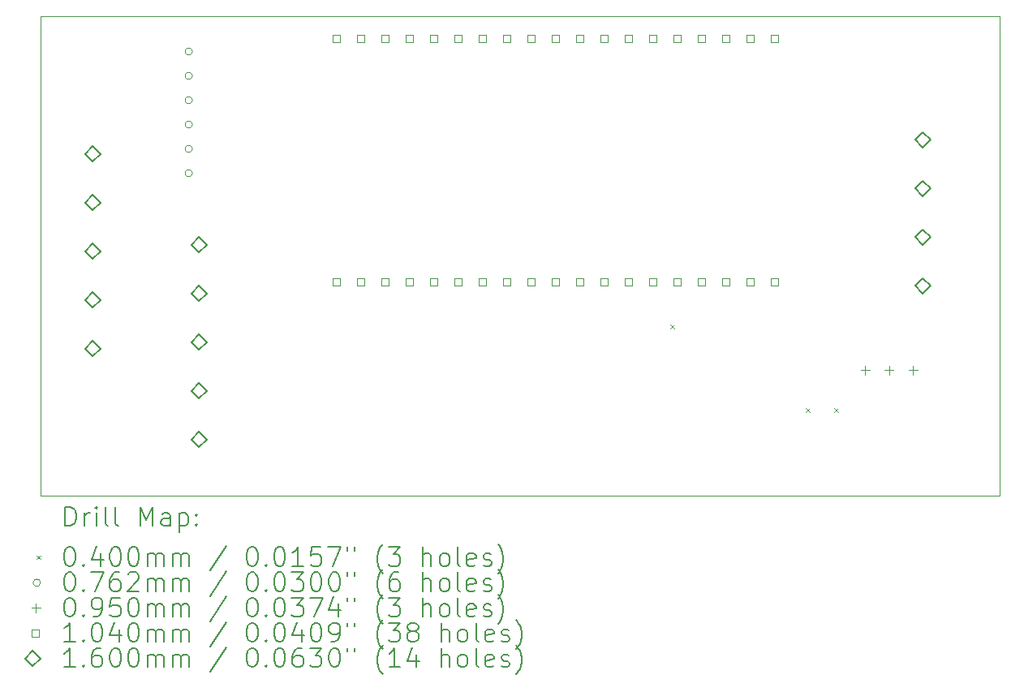
<source format=gbr>
%FSLAX45Y45*%
G04 Gerber Fmt 4.5, Leading zero omitted, Abs format (unit mm)*
G04 Created by KiCad (PCBNEW (6.0.1)) date 2022-02-01 16:24:12*
%MOMM*%
%LPD*%
G01*
G04 APERTURE LIST*
%TA.AperFunction,Profile*%
%ADD10C,0.100000*%
%TD*%
%ADD11C,0.200000*%
%ADD12C,0.040000*%
%ADD13C,0.076200*%
%ADD14C,0.095000*%
%ADD15C,0.104000*%
%ADD16C,0.160000*%
G04 APERTURE END LIST*
D10*
X20250000Y-15000000D02*
X10250000Y-15000000D01*
X10250000Y-15000000D02*
X10250000Y-10000000D01*
X10250000Y-10000000D02*
X20250000Y-10000000D01*
X20250000Y-10000000D02*
X20250000Y-15000000D01*
D11*
D12*
X16815000Y-13215000D02*
X16855000Y-13255000D01*
X16855000Y-13215000D02*
X16815000Y-13255000D01*
X18230000Y-14090000D02*
X18270000Y-14130000D01*
X18270000Y-14090000D02*
X18230000Y-14130000D01*
X18530000Y-14090000D02*
X18570000Y-14130000D01*
X18570000Y-14090000D02*
X18530000Y-14130000D01*
D13*
X11830100Y-10365000D02*
G75*
G03*
X11830100Y-10365000I-38100J0D01*
G01*
X11830100Y-10619000D02*
G75*
G03*
X11830100Y-10619000I-38100J0D01*
G01*
X11830100Y-10873000D02*
G75*
G03*
X11830100Y-10873000I-38100J0D01*
G01*
X11830100Y-11127000D02*
G75*
G03*
X11830100Y-11127000I-38100J0D01*
G01*
X11830100Y-11381000D02*
G75*
G03*
X11830100Y-11381000I-38100J0D01*
G01*
X11830100Y-11635000D02*
G75*
G03*
X11830100Y-11635000I-38100J0D01*
G01*
D14*
X18850000Y-13645000D02*
X18850000Y-13740000D01*
X18802500Y-13692500D02*
X18897500Y-13692500D01*
X19100000Y-13645000D02*
X19100000Y-13740000D01*
X19052500Y-13692500D02*
X19147500Y-13692500D01*
X19350000Y-13645000D02*
X19350000Y-13740000D01*
X19302500Y-13692500D02*
X19397500Y-13692500D01*
D15*
X13367770Y-10266770D02*
X13367770Y-10193230D01*
X13294230Y-10193230D01*
X13294230Y-10266770D01*
X13367770Y-10266770D01*
X13367770Y-12806770D02*
X13367770Y-12733230D01*
X13294230Y-12733230D01*
X13294230Y-12806770D01*
X13367770Y-12806770D01*
X13621770Y-10266770D02*
X13621770Y-10193230D01*
X13548230Y-10193230D01*
X13548230Y-10266770D01*
X13621770Y-10266770D01*
X13621770Y-12806770D02*
X13621770Y-12733230D01*
X13548230Y-12733230D01*
X13548230Y-12806770D01*
X13621770Y-12806770D01*
X13875770Y-10266770D02*
X13875770Y-10193230D01*
X13802230Y-10193230D01*
X13802230Y-10266770D01*
X13875770Y-10266770D01*
X13875770Y-12806770D02*
X13875770Y-12733230D01*
X13802230Y-12733230D01*
X13802230Y-12806770D01*
X13875770Y-12806770D01*
X14129770Y-10266770D02*
X14129770Y-10193230D01*
X14056230Y-10193230D01*
X14056230Y-10266770D01*
X14129770Y-10266770D01*
X14129770Y-12806770D02*
X14129770Y-12733230D01*
X14056230Y-12733230D01*
X14056230Y-12806770D01*
X14129770Y-12806770D01*
X14383770Y-10266770D02*
X14383770Y-10193230D01*
X14310230Y-10193230D01*
X14310230Y-10266770D01*
X14383770Y-10266770D01*
X14383770Y-12806770D02*
X14383770Y-12733230D01*
X14310230Y-12733230D01*
X14310230Y-12806770D01*
X14383770Y-12806770D01*
X14637770Y-10266770D02*
X14637770Y-10193230D01*
X14564230Y-10193230D01*
X14564230Y-10266770D01*
X14637770Y-10266770D01*
X14637770Y-12806770D02*
X14637770Y-12733230D01*
X14564230Y-12733230D01*
X14564230Y-12806770D01*
X14637770Y-12806770D01*
X14891770Y-10266770D02*
X14891770Y-10193230D01*
X14818230Y-10193230D01*
X14818230Y-10266770D01*
X14891770Y-10266770D01*
X14891770Y-12806770D02*
X14891770Y-12733230D01*
X14818230Y-12733230D01*
X14818230Y-12806770D01*
X14891770Y-12806770D01*
X15145770Y-10266770D02*
X15145770Y-10193230D01*
X15072230Y-10193230D01*
X15072230Y-10266770D01*
X15145770Y-10266770D01*
X15145770Y-12806770D02*
X15145770Y-12733230D01*
X15072230Y-12733230D01*
X15072230Y-12806770D01*
X15145770Y-12806770D01*
X15399770Y-10266770D02*
X15399770Y-10193230D01*
X15326230Y-10193230D01*
X15326230Y-10266770D01*
X15399770Y-10266770D01*
X15399770Y-12806770D02*
X15399770Y-12733230D01*
X15326230Y-12733230D01*
X15326230Y-12806770D01*
X15399770Y-12806770D01*
X15653770Y-10266770D02*
X15653770Y-10193230D01*
X15580230Y-10193230D01*
X15580230Y-10266770D01*
X15653770Y-10266770D01*
X15653770Y-12806770D02*
X15653770Y-12733230D01*
X15580230Y-12733230D01*
X15580230Y-12806770D01*
X15653770Y-12806770D01*
X15907770Y-10266770D02*
X15907770Y-10193230D01*
X15834230Y-10193230D01*
X15834230Y-10266770D01*
X15907770Y-10266770D01*
X15907770Y-12806770D02*
X15907770Y-12733230D01*
X15834230Y-12733230D01*
X15834230Y-12806770D01*
X15907770Y-12806770D01*
X16161770Y-10266770D02*
X16161770Y-10193230D01*
X16088230Y-10193230D01*
X16088230Y-10266770D01*
X16161770Y-10266770D01*
X16161770Y-12806770D02*
X16161770Y-12733230D01*
X16088230Y-12733230D01*
X16088230Y-12806770D01*
X16161770Y-12806770D01*
X16415770Y-10266770D02*
X16415770Y-10193230D01*
X16342230Y-10193230D01*
X16342230Y-10266770D01*
X16415770Y-10266770D01*
X16415770Y-12806770D02*
X16415770Y-12733230D01*
X16342230Y-12733230D01*
X16342230Y-12806770D01*
X16415770Y-12806770D01*
X16669770Y-10266770D02*
X16669770Y-10193230D01*
X16596230Y-10193230D01*
X16596230Y-10266770D01*
X16669770Y-10266770D01*
X16669770Y-12806770D02*
X16669770Y-12733230D01*
X16596230Y-12733230D01*
X16596230Y-12806770D01*
X16669770Y-12806770D01*
X16923770Y-10266770D02*
X16923770Y-10193230D01*
X16850230Y-10193230D01*
X16850230Y-10266770D01*
X16923770Y-10266770D01*
X16923770Y-12806770D02*
X16923770Y-12733230D01*
X16850230Y-12733230D01*
X16850230Y-12806770D01*
X16923770Y-12806770D01*
X17177770Y-10266770D02*
X17177770Y-10193230D01*
X17104230Y-10193230D01*
X17104230Y-10266770D01*
X17177770Y-10266770D01*
X17177770Y-12806770D02*
X17177770Y-12733230D01*
X17104230Y-12733230D01*
X17104230Y-12806770D01*
X17177770Y-12806770D01*
X17431770Y-10266770D02*
X17431770Y-10193230D01*
X17358230Y-10193230D01*
X17358230Y-10266770D01*
X17431770Y-10266770D01*
X17431770Y-12806770D02*
X17431770Y-12733230D01*
X17358230Y-12733230D01*
X17358230Y-12806770D01*
X17431770Y-12806770D01*
X17685770Y-10266770D02*
X17685770Y-10193230D01*
X17612230Y-10193230D01*
X17612230Y-10266770D01*
X17685770Y-10266770D01*
X17685770Y-12806770D02*
X17685770Y-12733230D01*
X17612230Y-12733230D01*
X17612230Y-12806770D01*
X17685770Y-12806770D01*
X17939770Y-10266770D02*
X17939770Y-10193230D01*
X17866230Y-10193230D01*
X17866230Y-10266770D01*
X17939770Y-10266770D01*
X17939770Y-12806770D02*
X17939770Y-12733230D01*
X17866230Y-12733230D01*
X17866230Y-12806770D01*
X17939770Y-12806770D01*
D16*
X10790000Y-11514000D02*
X10870000Y-11434000D01*
X10790000Y-11354000D01*
X10710000Y-11434000D01*
X10790000Y-11514000D01*
X10790000Y-12022000D02*
X10870000Y-11942000D01*
X10790000Y-11862000D01*
X10710000Y-11942000D01*
X10790000Y-12022000D01*
X10790000Y-12530000D02*
X10870000Y-12450000D01*
X10790000Y-12370000D01*
X10710000Y-12450000D01*
X10790000Y-12530000D01*
X10790000Y-13038000D02*
X10870000Y-12958000D01*
X10790000Y-12878000D01*
X10710000Y-12958000D01*
X10790000Y-13038000D01*
X10790000Y-13546000D02*
X10870000Y-13466000D01*
X10790000Y-13386000D01*
X10710000Y-13466000D01*
X10790000Y-13546000D01*
X11900000Y-12464000D02*
X11980000Y-12384000D01*
X11900000Y-12304000D01*
X11820000Y-12384000D01*
X11900000Y-12464000D01*
X11900000Y-12972000D02*
X11980000Y-12892000D01*
X11900000Y-12812000D01*
X11820000Y-12892000D01*
X11900000Y-12972000D01*
X11900000Y-13480000D02*
X11980000Y-13400000D01*
X11900000Y-13320000D01*
X11820000Y-13400000D01*
X11900000Y-13480000D01*
X11900000Y-13988000D02*
X11980000Y-13908000D01*
X11900000Y-13828000D01*
X11820000Y-13908000D01*
X11900000Y-13988000D01*
X11900000Y-14496000D02*
X11980000Y-14416000D01*
X11900000Y-14336000D01*
X11820000Y-14416000D01*
X11900000Y-14496000D01*
X19450000Y-11368000D02*
X19530000Y-11288000D01*
X19450000Y-11208000D01*
X19370000Y-11288000D01*
X19450000Y-11368000D01*
X19450000Y-11876000D02*
X19530000Y-11796000D01*
X19450000Y-11716000D01*
X19370000Y-11796000D01*
X19450000Y-11876000D01*
X19450000Y-12384000D02*
X19530000Y-12304000D01*
X19450000Y-12224000D01*
X19370000Y-12304000D01*
X19450000Y-12384000D01*
X19450000Y-12892000D02*
X19530000Y-12812000D01*
X19450000Y-12732000D01*
X19370000Y-12812000D01*
X19450000Y-12892000D01*
D11*
X10502619Y-15315476D02*
X10502619Y-15115476D01*
X10550238Y-15115476D01*
X10578810Y-15125000D01*
X10597857Y-15144048D01*
X10607381Y-15163095D01*
X10616905Y-15201190D01*
X10616905Y-15229762D01*
X10607381Y-15267857D01*
X10597857Y-15286905D01*
X10578810Y-15305952D01*
X10550238Y-15315476D01*
X10502619Y-15315476D01*
X10702619Y-15315476D02*
X10702619Y-15182143D01*
X10702619Y-15220238D02*
X10712143Y-15201190D01*
X10721667Y-15191667D01*
X10740714Y-15182143D01*
X10759762Y-15182143D01*
X10826429Y-15315476D02*
X10826429Y-15182143D01*
X10826429Y-15115476D02*
X10816905Y-15125000D01*
X10826429Y-15134524D01*
X10835952Y-15125000D01*
X10826429Y-15115476D01*
X10826429Y-15134524D01*
X10950238Y-15315476D02*
X10931190Y-15305952D01*
X10921667Y-15286905D01*
X10921667Y-15115476D01*
X11055000Y-15315476D02*
X11035952Y-15305952D01*
X11026429Y-15286905D01*
X11026429Y-15115476D01*
X11283571Y-15315476D02*
X11283571Y-15115476D01*
X11350238Y-15258333D01*
X11416905Y-15115476D01*
X11416905Y-15315476D01*
X11597857Y-15315476D02*
X11597857Y-15210714D01*
X11588333Y-15191667D01*
X11569286Y-15182143D01*
X11531190Y-15182143D01*
X11512143Y-15191667D01*
X11597857Y-15305952D02*
X11578809Y-15315476D01*
X11531190Y-15315476D01*
X11512143Y-15305952D01*
X11502619Y-15286905D01*
X11502619Y-15267857D01*
X11512143Y-15248809D01*
X11531190Y-15239286D01*
X11578809Y-15239286D01*
X11597857Y-15229762D01*
X11693095Y-15182143D02*
X11693095Y-15382143D01*
X11693095Y-15191667D02*
X11712143Y-15182143D01*
X11750238Y-15182143D01*
X11769286Y-15191667D01*
X11778809Y-15201190D01*
X11788333Y-15220238D01*
X11788333Y-15277381D01*
X11778809Y-15296428D01*
X11769286Y-15305952D01*
X11750238Y-15315476D01*
X11712143Y-15315476D01*
X11693095Y-15305952D01*
X11874048Y-15296428D02*
X11883571Y-15305952D01*
X11874048Y-15315476D01*
X11864524Y-15305952D01*
X11874048Y-15296428D01*
X11874048Y-15315476D01*
X11874048Y-15191667D02*
X11883571Y-15201190D01*
X11874048Y-15210714D01*
X11864524Y-15201190D01*
X11874048Y-15191667D01*
X11874048Y-15210714D01*
D12*
X10205000Y-15625000D02*
X10245000Y-15665000D01*
X10245000Y-15625000D02*
X10205000Y-15665000D01*
D11*
X10540714Y-15535476D02*
X10559762Y-15535476D01*
X10578810Y-15545000D01*
X10588333Y-15554524D01*
X10597857Y-15573571D01*
X10607381Y-15611667D01*
X10607381Y-15659286D01*
X10597857Y-15697381D01*
X10588333Y-15716428D01*
X10578810Y-15725952D01*
X10559762Y-15735476D01*
X10540714Y-15735476D01*
X10521667Y-15725952D01*
X10512143Y-15716428D01*
X10502619Y-15697381D01*
X10493095Y-15659286D01*
X10493095Y-15611667D01*
X10502619Y-15573571D01*
X10512143Y-15554524D01*
X10521667Y-15545000D01*
X10540714Y-15535476D01*
X10693095Y-15716428D02*
X10702619Y-15725952D01*
X10693095Y-15735476D01*
X10683571Y-15725952D01*
X10693095Y-15716428D01*
X10693095Y-15735476D01*
X10874048Y-15602143D02*
X10874048Y-15735476D01*
X10826429Y-15525952D02*
X10778810Y-15668809D01*
X10902619Y-15668809D01*
X11016905Y-15535476D02*
X11035952Y-15535476D01*
X11055000Y-15545000D01*
X11064524Y-15554524D01*
X11074048Y-15573571D01*
X11083571Y-15611667D01*
X11083571Y-15659286D01*
X11074048Y-15697381D01*
X11064524Y-15716428D01*
X11055000Y-15725952D01*
X11035952Y-15735476D01*
X11016905Y-15735476D01*
X10997857Y-15725952D01*
X10988333Y-15716428D01*
X10978810Y-15697381D01*
X10969286Y-15659286D01*
X10969286Y-15611667D01*
X10978810Y-15573571D01*
X10988333Y-15554524D01*
X10997857Y-15545000D01*
X11016905Y-15535476D01*
X11207381Y-15535476D02*
X11226428Y-15535476D01*
X11245476Y-15545000D01*
X11255000Y-15554524D01*
X11264524Y-15573571D01*
X11274048Y-15611667D01*
X11274048Y-15659286D01*
X11264524Y-15697381D01*
X11255000Y-15716428D01*
X11245476Y-15725952D01*
X11226428Y-15735476D01*
X11207381Y-15735476D01*
X11188333Y-15725952D01*
X11178810Y-15716428D01*
X11169286Y-15697381D01*
X11159762Y-15659286D01*
X11159762Y-15611667D01*
X11169286Y-15573571D01*
X11178810Y-15554524D01*
X11188333Y-15545000D01*
X11207381Y-15535476D01*
X11359762Y-15735476D02*
X11359762Y-15602143D01*
X11359762Y-15621190D02*
X11369286Y-15611667D01*
X11388333Y-15602143D01*
X11416905Y-15602143D01*
X11435952Y-15611667D01*
X11445476Y-15630714D01*
X11445476Y-15735476D01*
X11445476Y-15630714D02*
X11455000Y-15611667D01*
X11474048Y-15602143D01*
X11502619Y-15602143D01*
X11521667Y-15611667D01*
X11531190Y-15630714D01*
X11531190Y-15735476D01*
X11626428Y-15735476D02*
X11626428Y-15602143D01*
X11626428Y-15621190D02*
X11635952Y-15611667D01*
X11655000Y-15602143D01*
X11683571Y-15602143D01*
X11702619Y-15611667D01*
X11712143Y-15630714D01*
X11712143Y-15735476D01*
X11712143Y-15630714D02*
X11721667Y-15611667D01*
X11740714Y-15602143D01*
X11769286Y-15602143D01*
X11788333Y-15611667D01*
X11797857Y-15630714D01*
X11797857Y-15735476D01*
X12188333Y-15525952D02*
X12016905Y-15783095D01*
X12445476Y-15535476D02*
X12464524Y-15535476D01*
X12483571Y-15545000D01*
X12493095Y-15554524D01*
X12502619Y-15573571D01*
X12512143Y-15611667D01*
X12512143Y-15659286D01*
X12502619Y-15697381D01*
X12493095Y-15716428D01*
X12483571Y-15725952D01*
X12464524Y-15735476D01*
X12445476Y-15735476D01*
X12426428Y-15725952D01*
X12416905Y-15716428D01*
X12407381Y-15697381D01*
X12397857Y-15659286D01*
X12397857Y-15611667D01*
X12407381Y-15573571D01*
X12416905Y-15554524D01*
X12426428Y-15545000D01*
X12445476Y-15535476D01*
X12597857Y-15716428D02*
X12607381Y-15725952D01*
X12597857Y-15735476D01*
X12588333Y-15725952D01*
X12597857Y-15716428D01*
X12597857Y-15735476D01*
X12731190Y-15535476D02*
X12750238Y-15535476D01*
X12769286Y-15545000D01*
X12778809Y-15554524D01*
X12788333Y-15573571D01*
X12797857Y-15611667D01*
X12797857Y-15659286D01*
X12788333Y-15697381D01*
X12778809Y-15716428D01*
X12769286Y-15725952D01*
X12750238Y-15735476D01*
X12731190Y-15735476D01*
X12712143Y-15725952D01*
X12702619Y-15716428D01*
X12693095Y-15697381D01*
X12683571Y-15659286D01*
X12683571Y-15611667D01*
X12693095Y-15573571D01*
X12702619Y-15554524D01*
X12712143Y-15545000D01*
X12731190Y-15535476D01*
X12988333Y-15735476D02*
X12874048Y-15735476D01*
X12931190Y-15735476D02*
X12931190Y-15535476D01*
X12912143Y-15564048D01*
X12893095Y-15583095D01*
X12874048Y-15592619D01*
X13169286Y-15535476D02*
X13074048Y-15535476D01*
X13064524Y-15630714D01*
X13074048Y-15621190D01*
X13093095Y-15611667D01*
X13140714Y-15611667D01*
X13159762Y-15621190D01*
X13169286Y-15630714D01*
X13178809Y-15649762D01*
X13178809Y-15697381D01*
X13169286Y-15716428D01*
X13159762Y-15725952D01*
X13140714Y-15735476D01*
X13093095Y-15735476D01*
X13074048Y-15725952D01*
X13064524Y-15716428D01*
X13245476Y-15535476D02*
X13378809Y-15535476D01*
X13293095Y-15735476D01*
X13445476Y-15535476D02*
X13445476Y-15573571D01*
X13521667Y-15535476D02*
X13521667Y-15573571D01*
X13816905Y-15811667D02*
X13807381Y-15802143D01*
X13788333Y-15773571D01*
X13778809Y-15754524D01*
X13769286Y-15725952D01*
X13759762Y-15678333D01*
X13759762Y-15640238D01*
X13769286Y-15592619D01*
X13778809Y-15564048D01*
X13788333Y-15545000D01*
X13807381Y-15516428D01*
X13816905Y-15506905D01*
X13874048Y-15535476D02*
X13997857Y-15535476D01*
X13931190Y-15611667D01*
X13959762Y-15611667D01*
X13978809Y-15621190D01*
X13988333Y-15630714D01*
X13997857Y-15649762D01*
X13997857Y-15697381D01*
X13988333Y-15716428D01*
X13978809Y-15725952D01*
X13959762Y-15735476D01*
X13902619Y-15735476D01*
X13883571Y-15725952D01*
X13874048Y-15716428D01*
X14235952Y-15735476D02*
X14235952Y-15535476D01*
X14321667Y-15735476D02*
X14321667Y-15630714D01*
X14312143Y-15611667D01*
X14293095Y-15602143D01*
X14264524Y-15602143D01*
X14245476Y-15611667D01*
X14235952Y-15621190D01*
X14445476Y-15735476D02*
X14426428Y-15725952D01*
X14416905Y-15716428D01*
X14407381Y-15697381D01*
X14407381Y-15640238D01*
X14416905Y-15621190D01*
X14426428Y-15611667D01*
X14445476Y-15602143D01*
X14474048Y-15602143D01*
X14493095Y-15611667D01*
X14502619Y-15621190D01*
X14512143Y-15640238D01*
X14512143Y-15697381D01*
X14502619Y-15716428D01*
X14493095Y-15725952D01*
X14474048Y-15735476D01*
X14445476Y-15735476D01*
X14626428Y-15735476D02*
X14607381Y-15725952D01*
X14597857Y-15706905D01*
X14597857Y-15535476D01*
X14778809Y-15725952D02*
X14759762Y-15735476D01*
X14721667Y-15735476D01*
X14702619Y-15725952D01*
X14693095Y-15706905D01*
X14693095Y-15630714D01*
X14702619Y-15611667D01*
X14721667Y-15602143D01*
X14759762Y-15602143D01*
X14778809Y-15611667D01*
X14788333Y-15630714D01*
X14788333Y-15649762D01*
X14693095Y-15668809D01*
X14864524Y-15725952D02*
X14883571Y-15735476D01*
X14921667Y-15735476D01*
X14940714Y-15725952D01*
X14950238Y-15706905D01*
X14950238Y-15697381D01*
X14940714Y-15678333D01*
X14921667Y-15668809D01*
X14893095Y-15668809D01*
X14874048Y-15659286D01*
X14864524Y-15640238D01*
X14864524Y-15630714D01*
X14874048Y-15611667D01*
X14893095Y-15602143D01*
X14921667Y-15602143D01*
X14940714Y-15611667D01*
X15016905Y-15811667D02*
X15026428Y-15802143D01*
X15045476Y-15773571D01*
X15055000Y-15754524D01*
X15064524Y-15725952D01*
X15074048Y-15678333D01*
X15074048Y-15640238D01*
X15064524Y-15592619D01*
X15055000Y-15564048D01*
X15045476Y-15545000D01*
X15026428Y-15516428D01*
X15016905Y-15506905D01*
D13*
X10245000Y-15909000D02*
G75*
G03*
X10245000Y-15909000I-38100J0D01*
G01*
D11*
X10540714Y-15799476D02*
X10559762Y-15799476D01*
X10578810Y-15809000D01*
X10588333Y-15818524D01*
X10597857Y-15837571D01*
X10607381Y-15875667D01*
X10607381Y-15923286D01*
X10597857Y-15961381D01*
X10588333Y-15980428D01*
X10578810Y-15989952D01*
X10559762Y-15999476D01*
X10540714Y-15999476D01*
X10521667Y-15989952D01*
X10512143Y-15980428D01*
X10502619Y-15961381D01*
X10493095Y-15923286D01*
X10493095Y-15875667D01*
X10502619Y-15837571D01*
X10512143Y-15818524D01*
X10521667Y-15809000D01*
X10540714Y-15799476D01*
X10693095Y-15980428D02*
X10702619Y-15989952D01*
X10693095Y-15999476D01*
X10683571Y-15989952D01*
X10693095Y-15980428D01*
X10693095Y-15999476D01*
X10769286Y-15799476D02*
X10902619Y-15799476D01*
X10816905Y-15999476D01*
X11064524Y-15799476D02*
X11026429Y-15799476D01*
X11007381Y-15809000D01*
X10997857Y-15818524D01*
X10978810Y-15847095D01*
X10969286Y-15885190D01*
X10969286Y-15961381D01*
X10978810Y-15980428D01*
X10988333Y-15989952D01*
X11007381Y-15999476D01*
X11045476Y-15999476D01*
X11064524Y-15989952D01*
X11074048Y-15980428D01*
X11083571Y-15961381D01*
X11083571Y-15913762D01*
X11074048Y-15894714D01*
X11064524Y-15885190D01*
X11045476Y-15875667D01*
X11007381Y-15875667D01*
X10988333Y-15885190D01*
X10978810Y-15894714D01*
X10969286Y-15913762D01*
X11159762Y-15818524D02*
X11169286Y-15809000D01*
X11188333Y-15799476D01*
X11235952Y-15799476D01*
X11255000Y-15809000D01*
X11264524Y-15818524D01*
X11274048Y-15837571D01*
X11274048Y-15856619D01*
X11264524Y-15885190D01*
X11150238Y-15999476D01*
X11274048Y-15999476D01*
X11359762Y-15999476D02*
X11359762Y-15866143D01*
X11359762Y-15885190D02*
X11369286Y-15875667D01*
X11388333Y-15866143D01*
X11416905Y-15866143D01*
X11435952Y-15875667D01*
X11445476Y-15894714D01*
X11445476Y-15999476D01*
X11445476Y-15894714D02*
X11455000Y-15875667D01*
X11474048Y-15866143D01*
X11502619Y-15866143D01*
X11521667Y-15875667D01*
X11531190Y-15894714D01*
X11531190Y-15999476D01*
X11626428Y-15999476D02*
X11626428Y-15866143D01*
X11626428Y-15885190D02*
X11635952Y-15875667D01*
X11655000Y-15866143D01*
X11683571Y-15866143D01*
X11702619Y-15875667D01*
X11712143Y-15894714D01*
X11712143Y-15999476D01*
X11712143Y-15894714D02*
X11721667Y-15875667D01*
X11740714Y-15866143D01*
X11769286Y-15866143D01*
X11788333Y-15875667D01*
X11797857Y-15894714D01*
X11797857Y-15999476D01*
X12188333Y-15789952D02*
X12016905Y-16047095D01*
X12445476Y-15799476D02*
X12464524Y-15799476D01*
X12483571Y-15809000D01*
X12493095Y-15818524D01*
X12502619Y-15837571D01*
X12512143Y-15875667D01*
X12512143Y-15923286D01*
X12502619Y-15961381D01*
X12493095Y-15980428D01*
X12483571Y-15989952D01*
X12464524Y-15999476D01*
X12445476Y-15999476D01*
X12426428Y-15989952D01*
X12416905Y-15980428D01*
X12407381Y-15961381D01*
X12397857Y-15923286D01*
X12397857Y-15875667D01*
X12407381Y-15837571D01*
X12416905Y-15818524D01*
X12426428Y-15809000D01*
X12445476Y-15799476D01*
X12597857Y-15980428D02*
X12607381Y-15989952D01*
X12597857Y-15999476D01*
X12588333Y-15989952D01*
X12597857Y-15980428D01*
X12597857Y-15999476D01*
X12731190Y-15799476D02*
X12750238Y-15799476D01*
X12769286Y-15809000D01*
X12778809Y-15818524D01*
X12788333Y-15837571D01*
X12797857Y-15875667D01*
X12797857Y-15923286D01*
X12788333Y-15961381D01*
X12778809Y-15980428D01*
X12769286Y-15989952D01*
X12750238Y-15999476D01*
X12731190Y-15999476D01*
X12712143Y-15989952D01*
X12702619Y-15980428D01*
X12693095Y-15961381D01*
X12683571Y-15923286D01*
X12683571Y-15875667D01*
X12693095Y-15837571D01*
X12702619Y-15818524D01*
X12712143Y-15809000D01*
X12731190Y-15799476D01*
X12864524Y-15799476D02*
X12988333Y-15799476D01*
X12921667Y-15875667D01*
X12950238Y-15875667D01*
X12969286Y-15885190D01*
X12978809Y-15894714D01*
X12988333Y-15913762D01*
X12988333Y-15961381D01*
X12978809Y-15980428D01*
X12969286Y-15989952D01*
X12950238Y-15999476D01*
X12893095Y-15999476D01*
X12874048Y-15989952D01*
X12864524Y-15980428D01*
X13112143Y-15799476D02*
X13131190Y-15799476D01*
X13150238Y-15809000D01*
X13159762Y-15818524D01*
X13169286Y-15837571D01*
X13178809Y-15875667D01*
X13178809Y-15923286D01*
X13169286Y-15961381D01*
X13159762Y-15980428D01*
X13150238Y-15989952D01*
X13131190Y-15999476D01*
X13112143Y-15999476D01*
X13093095Y-15989952D01*
X13083571Y-15980428D01*
X13074048Y-15961381D01*
X13064524Y-15923286D01*
X13064524Y-15875667D01*
X13074048Y-15837571D01*
X13083571Y-15818524D01*
X13093095Y-15809000D01*
X13112143Y-15799476D01*
X13302619Y-15799476D02*
X13321667Y-15799476D01*
X13340714Y-15809000D01*
X13350238Y-15818524D01*
X13359762Y-15837571D01*
X13369286Y-15875667D01*
X13369286Y-15923286D01*
X13359762Y-15961381D01*
X13350238Y-15980428D01*
X13340714Y-15989952D01*
X13321667Y-15999476D01*
X13302619Y-15999476D01*
X13283571Y-15989952D01*
X13274048Y-15980428D01*
X13264524Y-15961381D01*
X13255000Y-15923286D01*
X13255000Y-15875667D01*
X13264524Y-15837571D01*
X13274048Y-15818524D01*
X13283571Y-15809000D01*
X13302619Y-15799476D01*
X13445476Y-15799476D02*
X13445476Y-15837571D01*
X13521667Y-15799476D02*
X13521667Y-15837571D01*
X13816905Y-16075667D02*
X13807381Y-16066143D01*
X13788333Y-16037571D01*
X13778809Y-16018524D01*
X13769286Y-15989952D01*
X13759762Y-15942333D01*
X13759762Y-15904238D01*
X13769286Y-15856619D01*
X13778809Y-15828048D01*
X13788333Y-15809000D01*
X13807381Y-15780428D01*
X13816905Y-15770905D01*
X13978809Y-15799476D02*
X13940714Y-15799476D01*
X13921667Y-15809000D01*
X13912143Y-15818524D01*
X13893095Y-15847095D01*
X13883571Y-15885190D01*
X13883571Y-15961381D01*
X13893095Y-15980428D01*
X13902619Y-15989952D01*
X13921667Y-15999476D01*
X13959762Y-15999476D01*
X13978809Y-15989952D01*
X13988333Y-15980428D01*
X13997857Y-15961381D01*
X13997857Y-15913762D01*
X13988333Y-15894714D01*
X13978809Y-15885190D01*
X13959762Y-15875667D01*
X13921667Y-15875667D01*
X13902619Y-15885190D01*
X13893095Y-15894714D01*
X13883571Y-15913762D01*
X14235952Y-15999476D02*
X14235952Y-15799476D01*
X14321667Y-15999476D02*
X14321667Y-15894714D01*
X14312143Y-15875667D01*
X14293095Y-15866143D01*
X14264524Y-15866143D01*
X14245476Y-15875667D01*
X14235952Y-15885190D01*
X14445476Y-15999476D02*
X14426428Y-15989952D01*
X14416905Y-15980428D01*
X14407381Y-15961381D01*
X14407381Y-15904238D01*
X14416905Y-15885190D01*
X14426428Y-15875667D01*
X14445476Y-15866143D01*
X14474048Y-15866143D01*
X14493095Y-15875667D01*
X14502619Y-15885190D01*
X14512143Y-15904238D01*
X14512143Y-15961381D01*
X14502619Y-15980428D01*
X14493095Y-15989952D01*
X14474048Y-15999476D01*
X14445476Y-15999476D01*
X14626428Y-15999476D02*
X14607381Y-15989952D01*
X14597857Y-15970905D01*
X14597857Y-15799476D01*
X14778809Y-15989952D02*
X14759762Y-15999476D01*
X14721667Y-15999476D01*
X14702619Y-15989952D01*
X14693095Y-15970905D01*
X14693095Y-15894714D01*
X14702619Y-15875667D01*
X14721667Y-15866143D01*
X14759762Y-15866143D01*
X14778809Y-15875667D01*
X14788333Y-15894714D01*
X14788333Y-15913762D01*
X14693095Y-15932809D01*
X14864524Y-15989952D02*
X14883571Y-15999476D01*
X14921667Y-15999476D01*
X14940714Y-15989952D01*
X14950238Y-15970905D01*
X14950238Y-15961381D01*
X14940714Y-15942333D01*
X14921667Y-15932809D01*
X14893095Y-15932809D01*
X14874048Y-15923286D01*
X14864524Y-15904238D01*
X14864524Y-15894714D01*
X14874048Y-15875667D01*
X14893095Y-15866143D01*
X14921667Y-15866143D01*
X14940714Y-15875667D01*
X15016905Y-16075667D02*
X15026428Y-16066143D01*
X15045476Y-16037571D01*
X15055000Y-16018524D01*
X15064524Y-15989952D01*
X15074048Y-15942333D01*
X15074048Y-15904238D01*
X15064524Y-15856619D01*
X15055000Y-15828048D01*
X15045476Y-15809000D01*
X15026428Y-15780428D01*
X15016905Y-15770905D01*
D14*
X10197500Y-16125500D02*
X10197500Y-16220500D01*
X10150000Y-16173000D02*
X10245000Y-16173000D01*
D11*
X10540714Y-16063476D02*
X10559762Y-16063476D01*
X10578810Y-16073000D01*
X10588333Y-16082524D01*
X10597857Y-16101571D01*
X10607381Y-16139667D01*
X10607381Y-16187286D01*
X10597857Y-16225381D01*
X10588333Y-16244428D01*
X10578810Y-16253952D01*
X10559762Y-16263476D01*
X10540714Y-16263476D01*
X10521667Y-16253952D01*
X10512143Y-16244428D01*
X10502619Y-16225381D01*
X10493095Y-16187286D01*
X10493095Y-16139667D01*
X10502619Y-16101571D01*
X10512143Y-16082524D01*
X10521667Y-16073000D01*
X10540714Y-16063476D01*
X10693095Y-16244428D02*
X10702619Y-16253952D01*
X10693095Y-16263476D01*
X10683571Y-16253952D01*
X10693095Y-16244428D01*
X10693095Y-16263476D01*
X10797857Y-16263476D02*
X10835952Y-16263476D01*
X10855000Y-16253952D01*
X10864524Y-16244428D01*
X10883571Y-16215857D01*
X10893095Y-16177762D01*
X10893095Y-16101571D01*
X10883571Y-16082524D01*
X10874048Y-16073000D01*
X10855000Y-16063476D01*
X10816905Y-16063476D01*
X10797857Y-16073000D01*
X10788333Y-16082524D01*
X10778810Y-16101571D01*
X10778810Y-16149190D01*
X10788333Y-16168238D01*
X10797857Y-16177762D01*
X10816905Y-16187286D01*
X10855000Y-16187286D01*
X10874048Y-16177762D01*
X10883571Y-16168238D01*
X10893095Y-16149190D01*
X11074048Y-16063476D02*
X10978810Y-16063476D01*
X10969286Y-16158714D01*
X10978810Y-16149190D01*
X10997857Y-16139667D01*
X11045476Y-16139667D01*
X11064524Y-16149190D01*
X11074048Y-16158714D01*
X11083571Y-16177762D01*
X11083571Y-16225381D01*
X11074048Y-16244428D01*
X11064524Y-16253952D01*
X11045476Y-16263476D01*
X10997857Y-16263476D01*
X10978810Y-16253952D01*
X10969286Y-16244428D01*
X11207381Y-16063476D02*
X11226428Y-16063476D01*
X11245476Y-16073000D01*
X11255000Y-16082524D01*
X11264524Y-16101571D01*
X11274048Y-16139667D01*
X11274048Y-16187286D01*
X11264524Y-16225381D01*
X11255000Y-16244428D01*
X11245476Y-16253952D01*
X11226428Y-16263476D01*
X11207381Y-16263476D01*
X11188333Y-16253952D01*
X11178810Y-16244428D01*
X11169286Y-16225381D01*
X11159762Y-16187286D01*
X11159762Y-16139667D01*
X11169286Y-16101571D01*
X11178810Y-16082524D01*
X11188333Y-16073000D01*
X11207381Y-16063476D01*
X11359762Y-16263476D02*
X11359762Y-16130143D01*
X11359762Y-16149190D02*
X11369286Y-16139667D01*
X11388333Y-16130143D01*
X11416905Y-16130143D01*
X11435952Y-16139667D01*
X11445476Y-16158714D01*
X11445476Y-16263476D01*
X11445476Y-16158714D02*
X11455000Y-16139667D01*
X11474048Y-16130143D01*
X11502619Y-16130143D01*
X11521667Y-16139667D01*
X11531190Y-16158714D01*
X11531190Y-16263476D01*
X11626428Y-16263476D02*
X11626428Y-16130143D01*
X11626428Y-16149190D02*
X11635952Y-16139667D01*
X11655000Y-16130143D01*
X11683571Y-16130143D01*
X11702619Y-16139667D01*
X11712143Y-16158714D01*
X11712143Y-16263476D01*
X11712143Y-16158714D02*
X11721667Y-16139667D01*
X11740714Y-16130143D01*
X11769286Y-16130143D01*
X11788333Y-16139667D01*
X11797857Y-16158714D01*
X11797857Y-16263476D01*
X12188333Y-16053952D02*
X12016905Y-16311095D01*
X12445476Y-16063476D02*
X12464524Y-16063476D01*
X12483571Y-16073000D01*
X12493095Y-16082524D01*
X12502619Y-16101571D01*
X12512143Y-16139667D01*
X12512143Y-16187286D01*
X12502619Y-16225381D01*
X12493095Y-16244428D01*
X12483571Y-16253952D01*
X12464524Y-16263476D01*
X12445476Y-16263476D01*
X12426428Y-16253952D01*
X12416905Y-16244428D01*
X12407381Y-16225381D01*
X12397857Y-16187286D01*
X12397857Y-16139667D01*
X12407381Y-16101571D01*
X12416905Y-16082524D01*
X12426428Y-16073000D01*
X12445476Y-16063476D01*
X12597857Y-16244428D02*
X12607381Y-16253952D01*
X12597857Y-16263476D01*
X12588333Y-16253952D01*
X12597857Y-16244428D01*
X12597857Y-16263476D01*
X12731190Y-16063476D02*
X12750238Y-16063476D01*
X12769286Y-16073000D01*
X12778809Y-16082524D01*
X12788333Y-16101571D01*
X12797857Y-16139667D01*
X12797857Y-16187286D01*
X12788333Y-16225381D01*
X12778809Y-16244428D01*
X12769286Y-16253952D01*
X12750238Y-16263476D01*
X12731190Y-16263476D01*
X12712143Y-16253952D01*
X12702619Y-16244428D01*
X12693095Y-16225381D01*
X12683571Y-16187286D01*
X12683571Y-16139667D01*
X12693095Y-16101571D01*
X12702619Y-16082524D01*
X12712143Y-16073000D01*
X12731190Y-16063476D01*
X12864524Y-16063476D02*
X12988333Y-16063476D01*
X12921667Y-16139667D01*
X12950238Y-16139667D01*
X12969286Y-16149190D01*
X12978809Y-16158714D01*
X12988333Y-16177762D01*
X12988333Y-16225381D01*
X12978809Y-16244428D01*
X12969286Y-16253952D01*
X12950238Y-16263476D01*
X12893095Y-16263476D01*
X12874048Y-16253952D01*
X12864524Y-16244428D01*
X13055000Y-16063476D02*
X13188333Y-16063476D01*
X13102619Y-16263476D01*
X13350238Y-16130143D02*
X13350238Y-16263476D01*
X13302619Y-16053952D02*
X13255000Y-16196809D01*
X13378809Y-16196809D01*
X13445476Y-16063476D02*
X13445476Y-16101571D01*
X13521667Y-16063476D02*
X13521667Y-16101571D01*
X13816905Y-16339667D02*
X13807381Y-16330143D01*
X13788333Y-16301571D01*
X13778809Y-16282524D01*
X13769286Y-16253952D01*
X13759762Y-16206333D01*
X13759762Y-16168238D01*
X13769286Y-16120619D01*
X13778809Y-16092048D01*
X13788333Y-16073000D01*
X13807381Y-16044428D01*
X13816905Y-16034905D01*
X13874048Y-16063476D02*
X13997857Y-16063476D01*
X13931190Y-16139667D01*
X13959762Y-16139667D01*
X13978809Y-16149190D01*
X13988333Y-16158714D01*
X13997857Y-16177762D01*
X13997857Y-16225381D01*
X13988333Y-16244428D01*
X13978809Y-16253952D01*
X13959762Y-16263476D01*
X13902619Y-16263476D01*
X13883571Y-16253952D01*
X13874048Y-16244428D01*
X14235952Y-16263476D02*
X14235952Y-16063476D01*
X14321667Y-16263476D02*
X14321667Y-16158714D01*
X14312143Y-16139667D01*
X14293095Y-16130143D01*
X14264524Y-16130143D01*
X14245476Y-16139667D01*
X14235952Y-16149190D01*
X14445476Y-16263476D02*
X14426428Y-16253952D01*
X14416905Y-16244428D01*
X14407381Y-16225381D01*
X14407381Y-16168238D01*
X14416905Y-16149190D01*
X14426428Y-16139667D01*
X14445476Y-16130143D01*
X14474048Y-16130143D01*
X14493095Y-16139667D01*
X14502619Y-16149190D01*
X14512143Y-16168238D01*
X14512143Y-16225381D01*
X14502619Y-16244428D01*
X14493095Y-16253952D01*
X14474048Y-16263476D01*
X14445476Y-16263476D01*
X14626428Y-16263476D02*
X14607381Y-16253952D01*
X14597857Y-16234905D01*
X14597857Y-16063476D01*
X14778809Y-16253952D02*
X14759762Y-16263476D01*
X14721667Y-16263476D01*
X14702619Y-16253952D01*
X14693095Y-16234905D01*
X14693095Y-16158714D01*
X14702619Y-16139667D01*
X14721667Y-16130143D01*
X14759762Y-16130143D01*
X14778809Y-16139667D01*
X14788333Y-16158714D01*
X14788333Y-16177762D01*
X14693095Y-16196809D01*
X14864524Y-16253952D02*
X14883571Y-16263476D01*
X14921667Y-16263476D01*
X14940714Y-16253952D01*
X14950238Y-16234905D01*
X14950238Y-16225381D01*
X14940714Y-16206333D01*
X14921667Y-16196809D01*
X14893095Y-16196809D01*
X14874048Y-16187286D01*
X14864524Y-16168238D01*
X14864524Y-16158714D01*
X14874048Y-16139667D01*
X14893095Y-16130143D01*
X14921667Y-16130143D01*
X14940714Y-16139667D01*
X15016905Y-16339667D02*
X15026428Y-16330143D01*
X15045476Y-16301571D01*
X15055000Y-16282524D01*
X15064524Y-16253952D01*
X15074048Y-16206333D01*
X15074048Y-16168238D01*
X15064524Y-16120619D01*
X15055000Y-16092048D01*
X15045476Y-16073000D01*
X15026428Y-16044428D01*
X15016905Y-16034905D01*
D15*
X10229770Y-16473770D02*
X10229770Y-16400230D01*
X10156230Y-16400230D01*
X10156230Y-16473770D01*
X10229770Y-16473770D01*
D11*
X10607381Y-16527476D02*
X10493095Y-16527476D01*
X10550238Y-16527476D02*
X10550238Y-16327476D01*
X10531190Y-16356048D01*
X10512143Y-16375095D01*
X10493095Y-16384619D01*
X10693095Y-16508428D02*
X10702619Y-16517952D01*
X10693095Y-16527476D01*
X10683571Y-16517952D01*
X10693095Y-16508428D01*
X10693095Y-16527476D01*
X10826429Y-16327476D02*
X10845476Y-16327476D01*
X10864524Y-16337000D01*
X10874048Y-16346524D01*
X10883571Y-16365571D01*
X10893095Y-16403667D01*
X10893095Y-16451286D01*
X10883571Y-16489381D01*
X10874048Y-16508428D01*
X10864524Y-16517952D01*
X10845476Y-16527476D01*
X10826429Y-16527476D01*
X10807381Y-16517952D01*
X10797857Y-16508428D01*
X10788333Y-16489381D01*
X10778810Y-16451286D01*
X10778810Y-16403667D01*
X10788333Y-16365571D01*
X10797857Y-16346524D01*
X10807381Y-16337000D01*
X10826429Y-16327476D01*
X11064524Y-16394143D02*
X11064524Y-16527476D01*
X11016905Y-16317952D02*
X10969286Y-16460809D01*
X11093095Y-16460809D01*
X11207381Y-16327476D02*
X11226428Y-16327476D01*
X11245476Y-16337000D01*
X11255000Y-16346524D01*
X11264524Y-16365571D01*
X11274048Y-16403667D01*
X11274048Y-16451286D01*
X11264524Y-16489381D01*
X11255000Y-16508428D01*
X11245476Y-16517952D01*
X11226428Y-16527476D01*
X11207381Y-16527476D01*
X11188333Y-16517952D01*
X11178810Y-16508428D01*
X11169286Y-16489381D01*
X11159762Y-16451286D01*
X11159762Y-16403667D01*
X11169286Y-16365571D01*
X11178810Y-16346524D01*
X11188333Y-16337000D01*
X11207381Y-16327476D01*
X11359762Y-16527476D02*
X11359762Y-16394143D01*
X11359762Y-16413190D02*
X11369286Y-16403667D01*
X11388333Y-16394143D01*
X11416905Y-16394143D01*
X11435952Y-16403667D01*
X11445476Y-16422714D01*
X11445476Y-16527476D01*
X11445476Y-16422714D02*
X11455000Y-16403667D01*
X11474048Y-16394143D01*
X11502619Y-16394143D01*
X11521667Y-16403667D01*
X11531190Y-16422714D01*
X11531190Y-16527476D01*
X11626428Y-16527476D02*
X11626428Y-16394143D01*
X11626428Y-16413190D02*
X11635952Y-16403667D01*
X11655000Y-16394143D01*
X11683571Y-16394143D01*
X11702619Y-16403667D01*
X11712143Y-16422714D01*
X11712143Y-16527476D01*
X11712143Y-16422714D02*
X11721667Y-16403667D01*
X11740714Y-16394143D01*
X11769286Y-16394143D01*
X11788333Y-16403667D01*
X11797857Y-16422714D01*
X11797857Y-16527476D01*
X12188333Y-16317952D02*
X12016905Y-16575095D01*
X12445476Y-16327476D02*
X12464524Y-16327476D01*
X12483571Y-16337000D01*
X12493095Y-16346524D01*
X12502619Y-16365571D01*
X12512143Y-16403667D01*
X12512143Y-16451286D01*
X12502619Y-16489381D01*
X12493095Y-16508428D01*
X12483571Y-16517952D01*
X12464524Y-16527476D01*
X12445476Y-16527476D01*
X12426428Y-16517952D01*
X12416905Y-16508428D01*
X12407381Y-16489381D01*
X12397857Y-16451286D01*
X12397857Y-16403667D01*
X12407381Y-16365571D01*
X12416905Y-16346524D01*
X12426428Y-16337000D01*
X12445476Y-16327476D01*
X12597857Y-16508428D02*
X12607381Y-16517952D01*
X12597857Y-16527476D01*
X12588333Y-16517952D01*
X12597857Y-16508428D01*
X12597857Y-16527476D01*
X12731190Y-16327476D02*
X12750238Y-16327476D01*
X12769286Y-16337000D01*
X12778809Y-16346524D01*
X12788333Y-16365571D01*
X12797857Y-16403667D01*
X12797857Y-16451286D01*
X12788333Y-16489381D01*
X12778809Y-16508428D01*
X12769286Y-16517952D01*
X12750238Y-16527476D01*
X12731190Y-16527476D01*
X12712143Y-16517952D01*
X12702619Y-16508428D01*
X12693095Y-16489381D01*
X12683571Y-16451286D01*
X12683571Y-16403667D01*
X12693095Y-16365571D01*
X12702619Y-16346524D01*
X12712143Y-16337000D01*
X12731190Y-16327476D01*
X12969286Y-16394143D02*
X12969286Y-16527476D01*
X12921667Y-16317952D02*
X12874048Y-16460809D01*
X12997857Y-16460809D01*
X13112143Y-16327476D02*
X13131190Y-16327476D01*
X13150238Y-16337000D01*
X13159762Y-16346524D01*
X13169286Y-16365571D01*
X13178809Y-16403667D01*
X13178809Y-16451286D01*
X13169286Y-16489381D01*
X13159762Y-16508428D01*
X13150238Y-16517952D01*
X13131190Y-16527476D01*
X13112143Y-16527476D01*
X13093095Y-16517952D01*
X13083571Y-16508428D01*
X13074048Y-16489381D01*
X13064524Y-16451286D01*
X13064524Y-16403667D01*
X13074048Y-16365571D01*
X13083571Y-16346524D01*
X13093095Y-16337000D01*
X13112143Y-16327476D01*
X13274048Y-16527476D02*
X13312143Y-16527476D01*
X13331190Y-16517952D01*
X13340714Y-16508428D01*
X13359762Y-16479857D01*
X13369286Y-16441762D01*
X13369286Y-16365571D01*
X13359762Y-16346524D01*
X13350238Y-16337000D01*
X13331190Y-16327476D01*
X13293095Y-16327476D01*
X13274048Y-16337000D01*
X13264524Y-16346524D01*
X13255000Y-16365571D01*
X13255000Y-16413190D01*
X13264524Y-16432238D01*
X13274048Y-16441762D01*
X13293095Y-16451286D01*
X13331190Y-16451286D01*
X13350238Y-16441762D01*
X13359762Y-16432238D01*
X13369286Y-16413190D01*
X13445476Y-16327476D02*
X13445476Y-16365571D01*
X13521667Y-16327476D02*
X13521667Y-16365571D01*
X13816905Y-16603667D02*
X13807381Y-16594143D01*
X13788333Y-16565571D01*
X13778809Y-16546524D01*
X13769286Y-16517952D01*
X13759762Y-16470333D01*
X13759762Y-16432238D01*
X13769286Y-16384619D01*
X13778809Y-16356048D01*
X13788333Y-16337000D01*
X13807381Y-16308428D01*
X13816905Y-16298905D01*
X13874048Y-16327476D02*
X13997857Y-16327476D01*
X13931190Y-16403667D01*
X13959762Y-16403667D01*
X13978809Y-16413190D01*
X13988333Y-16422714D01*
X13997857Y-16441762D01*
X13997857Y-16489381D01*
X13988333Y-16508428D01*
X13978809Y-16517952D01*
X13959762Y-16527476D01*
X13902619Y-16527476D01*
X13883571Y-16517952D01*
X13874048Y-16508428D01*
X14112143Y-16413190D02*
X14093095Y-16403667D01*
X14083571Y-16394143D01*
X14074048Y-16375095D01*
X14074048Y-16365571D01*
X14083571Y-16346524D01*
X14093095Y-16337000D01*
X14112143Y-16327476D01*
X14150238Y-16327476D01*
X14169286Y-16337000D01*
X14178809Y-16346524D01*
X14188333Y-16365571D01*
X14188333Y-16375095D01*
X14178809Y-16394143D01*
X14169286Y-16403667D01*
X14150238Y-16413190D01*
X14112143Y-16413190D01*
X14093095Y-16422714D01*
X14083571Y-16432238D01*
X14074048Y-16451286D01*
X14074048Y-16489381D01*
X14083571Y-16508428D01*
X14093095Y-16517952D01*
X14112143Y-16527476D01*
X14150238Y-16527476D01*
X14169286Y-16517952D01*
X14178809Y-16508428D01*
X14188333Y-16489381D01*
X14188333Y-16451286D01*
X14178809Y-16432238D01*
X14169286Y-16422714D01*
X14150238Y-16413190D01*
X14426428Y-16527476D02*
X14426428Y-16327476D01*
X14512143Y-16527476D02*
X14512143Y-16422714D01*
X14502619Y-16403667D01*
X14483571Y-16394143D01*
X14455000Y-16394143D01*
X14435952Y-16403667D01*
X14426428Y-16413190D01*
X14635952Y-16527476D02*
X14616905Y-16517952D01*
X14607381Y-16508428D01*
X14597857Y-16489381D01*
X14597857Y-16432238D01*
X14607381Y-16413190D01*
X14616905Y-16403667D01*
X14635952Y-16394143D01*
X14664524Y-16394143D01*
X14683571Y-16403667D01*
X14693095Y-16413190D01*
X14702619Y-16432238D01*
X14702619Y-16489381D01*
X14693095Y-16508428D01*
X14683571Y-16517952D01*
X14664524Y-16527476D01*
X14635952Y-16527476D01*
X14816905Y-16527476D02*
X14797857Y-16517952D01*
X14788333Y-16498905D01*
X14788333Y-16327476D01*
X14969286Y-16517952D02*
X14950238Y-16527476D01*
X14912143Y-16527476D01*
X14893095Y-16517952D01*
X14883571Y-16498905D01*
X14883571Y-16422714D01*
X14893095Y-16403667D01*
X14912143Y-16394143D01*
X14950238Y-16394143D01*
X14969286Y-16403667D01*
X14978809Y-16422714D01*
X14978809Y-16441762D01*
X14883571Y-16460809D01*
X15055000Y-16517952D02*
X15074048Y-16527476D01*
X15112143Y-16527476D01*
X15131190Y-16517952D01*
X15140714Y-16498905D01*
X15140714Y-16489381D01*
X15131190Y-16470333D01*
X15112143Y-16460809D01*
X15083571Y-16460809D01*
X15064524Y-16451286D01*
X15055000Y-16432238D01*
X15055000Y-16422714D01*
X15064524Y-16403667D01*
X15083571Y-16394143D01*
X15112143Y-16394143D01*
X15131190Y-16403667D01*
X15207381Y-16603667D02*
X15216905Y-16594143D01*
X15235952Y-16565571D01*
X15245476Y-16546524D01*
X15255000Y-16517952D01*
X15264524Y-16470333D01*
X15264524Y-16432238D01*
X15255000Y-16384619D01*
X15245476Y-16356048D01*
X15235952Y-16337000D01*
X15216905Y-16308428D01*
X15207381Y-16298905D01*
D16*
X10165000Y-16781000D02*
X10245000Y-16701000D01*
X10165000Y-16621000D01*
X10085000Y-16701000D01*
X10165000Y-16781000D01*
D11*
X10607381Y-16791476D02*
X10493095Y-16791476D01*
X10550238Y-16791476D02*
X10550238Y-16591476D01*
X10531190Y-16620048D01*
X10512143Y-16639095D01*
X10493095Y-16648619D01*
X10693095Y-16772428D02*
X10702619Y-16781952D01*
X10693095Y-16791476D01*
X10683571Y-16781952D01*
X10693095Y-16772428D01*
X10693095Y-16791476D01*
X10874048Y-16591476D02*
X10835952Y-16591476D01*
X10816905Y-16601000D01*
X10807381Y-16610524D01*
X10788333Y-16639095D01*
X10778810Y-16677190D01*
X10778810Y-16753381D01*
X10788333Y-16772428D01*
X10797857Y-16781952D01*
X10816905Y-16791476D01*
X10855000Y-16791476D01*
X10874048Y-16781952D01*
X10883571Y-16772428D01*
X10893095Y-16753381D01*
X10893095Y-16705762D01*
X10883571Y-16686714D01*
X10874048Y-16677190D01*
X10855000Y-16667667D01*
X10816905Y-16667667D01*
X10797857Y-16677190D01*
X10788333Y-16686714D01*
X10778810Y-16705762D01*
X11016905Y-16591476D02*
X11035952Y-16591476D01*
X11055000Y-16601000D01*
X11064524Y-16610524D01*
X11074048Y-16629571D01*
X11083571Y-16667667D01*
X11083571Y-16715286D01*
X11074048Y-16753381D01*
X11064524Y-16772428D01*
X11055000Y-16781952D01*
X11035952Y-16791476D01*
X11016905Y-16791476D01*
X10997857Y-16781952D01*
X10988333Y-16772428D01*
X10978810Y-16753381D01*
X10969286Y-16715286D01*
X10969286Y-16667667D01*
X10978810Y-16629571D01*
X10988333Y-16610524D01*
X10997857Y-16601000D01*
X11016905Y-16591476D01*
X11207381Y-16591476D02*
X11226428Y-16591476D01*
X11245476Y-16601000D01*
X11255000Y-16610524D01*
X11264524Y-16629571D01*
X11274048Y-16667667D01*
X11274048Y-16715286D01*
X11264524Y-16753381D01*
X11255000Y-16772428D01*
X11245476Y-16781952D01*
X11226428Y-16791476D01*
X11207381Y-16791476D01*
X11188333Y-16781952D01*
X11178810Y-16772428D01*
X11169286Y-16753381D01*
X11159762Y-16715286D01*
X11159762Y-16667667D01*
X11169286Y-16629571D01*
X11178810Y-16610524D01*
X11188333Y-16601000D01*
X11207381Y-16591476D01*
X11359762Y-16791476D02*
X11359762Y-16658143D01*
X11359762Y-16677190D02*
X11369286Y-16667667D01*
X11388333Y-16658143D01*
X11416905Y-16658143D01*
X11435952Y-16667667D01*
X11445476Y-16686714D01*
X11445476Y-16791476D01*
X11445476Y-16686714D02*
X11455000Y-16667667D01*
X11474048Y-16658143D01*
X11502619Y-16658143D01*
X11521667Y-16667667D01*
X11531190Y-16686714D01*
X11531190Y-16791476D01*
X11626428Y-16791476D02*
X11626428Y-16658143D01*
X11626428Y-16677190D02*
X11635952Y-16667667D01*
X11655000Y-16658143D01*
X11683571Y-16658143D01*
X11702619Y-16667667D01*
X11712143Y-16686714D01*
X11712143Y-16791476D01*
X11712143Y-16686714D02*
X11721667Y-16667667D01*
X11740714Y-16658143D01*
X11769286Y-16658143D01*
X11788333Y-16667667D01*
X11797857Y-16686714D01*
X11797857Y-16791476D01*
X12188333Y-16581952D02*
X12016905Y-16839095D01*
X12445476Y-16591476D02*
X12464524Y-16591476D01*
X12483571Y-16601000D01*
X12493095Y-16610524D01*
X12502619Y-16629571D01*
X12512143Y-16667667D01*
X12512143Y-16715286D01*
X12502619Y-16753381D01*
X12493095Y-16772428D01*
X12483571Y-16781952D01*
X12464524Y-16791476D01*
X12445476Y-16791476D01*
X12426428Y-16781952D01*
X12416905Y-16772428D01*
X12407381Y-16753381D01*
X12397857Y-16715286D01*
X12397857Y-16667667D01*
X12407381Y-16629571D01*
X12416905Y-16610524D01*
X12426428Y-16601000D01*
X12445476Y-16591476D01*
X12597857Y-16772428D02*
X12607381Y-16781952D01*
X12597857Y-16791476D01*
X12588333Y-16781952D01*
X12597857Y-16772428D01*
X12597857Y-16791476D01*
X12731190Y-16591476D02*
X12750238Y-16591476D01*
X12769286Y-16601000D01*
X12778809Y-16610524D01*
X12788333Y-16629571D01*
X12797857Y-16667667D01*
X12797857Y-16715286D01*
X12788333Y-16753381D01*
X12778809Y-16772428D01*
X12769286Y-16781952D01*
X12750238Y-16791476D01*
X12731190Y-16791476D01*
X12712143Y-16781952D01*
X12702619Y-16772428D01*
X12693095Y-16753381D01*
X12683571Y-16715286D01*
X12683571Y-16667667D01*
X12693095Y-16629571D01*
X12702619Y-16610524D01*
X12712143Y-16601000D01*
X12731190Y-16591476D01*
X12969286Y-16591476D02*
X12931190Y-16591476D01*
X12912143Y-16601000D01*
X12902619Y-16610524D01*
X12883571Y-16639095D01*
X12874048Y-16677190D01*
X12874048Y-16753381D01*
X12883571Y-16772428D01*
X12893095Y-16781952D01*
X12912143Y-16791476D01*
X12950238Y-16791476D01*
X12969286Y-16781952D01*
X12978809Y-16772428D01*
X12988333Y-16753381D01*
X12988333Y-16705762D01*
X12978809Y-16686714D01*
X12969286Y-16677190D01*
X12950238Y-16667667D01*
X12912143Y-16667667D01*
X12893095Y-16677190D01*
X12883571Y-16686714D01*
X12874048Y-16705762D01*
X13055000Y-16591476D02*
X13178809Y-16591476D01*
X13112143Y-16667667D01*
X13140714Y-16667667D01*
X13159762Y-16677190D01*
X13169286Y-16686714D01*
X13178809Y-16705762D01*
X13178809Y-16753381D01*
X13169286Y-16772428D01*
X13159762Y-16781952D01*
X13140714Y-16791476D01*
X13083571Y-16791476D01*
X13064524Y-16781952D01*
X13055000Y-16772428D01*
X13302619Y-16591476D02*
X13321667Y-16591476D01*
X13340714Y-16601000D01*
X13350238Y-16610524D01*
X13359762Y-16629571D01*
X13369286Y-16667667D01*
X13369286Y-16715286D01*
X13359762Y-16753381D01*
X13350238Y-16772428D01*
X13340714Y-16781952D01*
X13321667Y-16791476D01*
X13302619Y-16791476D01*
X13283571Y-16781952D01*
X13274048Y-16772428D01*
X13264524Y-16753381D01*
X13255000Y-16715286D01*
X13255000Y-16667667D01*
X13264524Y-16629571D01*
X13274048Y-16610524D01*
X13283571Y-16601000D01*
X13302619Y-16591476D01*
X13445476Y-16591476D02*
X13445476Y-16629571D01*
X13521667Y-16591476D02*
X13521667Y-16629571D01*
X13816905Y-16867667D02*
X13807381Y-16858143D01*
X13788333Y-16829571D01*
X13778809Y-16810524D01*
X13769286Y-16781952D01*
X13759762Y-16734333D01*
X13759762Y-16696238D01*
X13769286Y-16648619D01*
X13778809Y-16620048D01*
X13788333Y-16601000D01*
X13807381Y-16572428D01*
X13816905Y-16562905D01*
X13997857Y-16791476D02*
X13883571Y-16791476D01*
X13940714Y-16791476D02*
X13940714Y-16591476D01*
X13921667Y-16620048D01*
X13902619Y-16639095D01*
X13883571Y-16648619D01*
X14169286Y-16658143D02*
X14169286Y-16791476D01*
X14121667Y-16581952D02*
X14074048Y-16724809D01*
X14197857Y-16724809D01*
X14426428Y-16791476D02*
X14426428Y-16591476D01*
X14512143Y-16791476D02*
X14512143Y-16686714D01*
X14502619Y-16667667D01*
X14483571Y-16658143D01*
X14455000Y-16658143D01*
X14435952Y-16667667D01*
X14426428Y-16677190D01*
X14635952Y-16791476D02*
X14616905Y-16781952D01*
X14607381Y-16772428D01*
X14597857Y-16753381D01*
X14597857Y-16696238D01*
X14607381Y-16677190D01*
X14616905Y-16667667D01*
X14635952Y-16658143D01*
X14664524Y-16658143D01*
X14683571Y-16667667D01*
X14693095Y-16677190D01*
X14702619Y-16696238D01*
X14702619Y-16753381D01*
X14693095Y-16772428D01*
X14683571Y-16781952D01*
X14664524Y-16791476D01*
X14635952Y-16791476D01*
X14816905Y-16791476D02*
X14797857Y-16781952D01*
X14788333Y-16762905D01*
X14788333Y-16591476D01*
X14969286Y-16781952D02*
X14950238Y-16791476D01*
X14912143Y-16791476D01*
X14893095Y-16781952D01*
X14883571Y-16762905D01*
X14883571Y-16686714D01*
X14893095Y-16667667D01*
X14912143Y-16658143D01*
X14950238Y-16658143D01*
X14969286Y-16667667D01*
X14978809Y-16686714D01*
X14978809Y-16705762D01*
X14883571Y-16724809D01*
X15055000Y-16781952D02*
X15074048Y-16791476D01*
X15112143Y-16791476D01*
X15131190Y-16781952D01*
X15140714Y-16762905D01*
X15140714Y-16753381D01*
X15131190Y-16734333D01*
X15112143Y-16724809D01*
X15083571Y-16724809D01*
X15064524Y-16715286D01*
X15055000Y-16696238D01*
X15055000Y-16686714D01*
X15064524Y-16667667D01*
X15083571Y-16658143D01*
X15112143Y-16658143D01*
X15131190Y-16667667D01*
X15207381Y-16867667D02*
X15216905Y-16858143D01*
X15235952Y-16829571D01*
X15245476Y-16810524D01*
X15255000Y-16781952D01*
X15264524Y-16734333D01*
X15264524Y-16696238D01*
X15255000Y-16648619D01*
X15245476Y-16620048D01*
X15235952Y-16601000D01*
X15216905Y-16572428D01*
X15207381Y-16562905D01*
M02*

</source>
